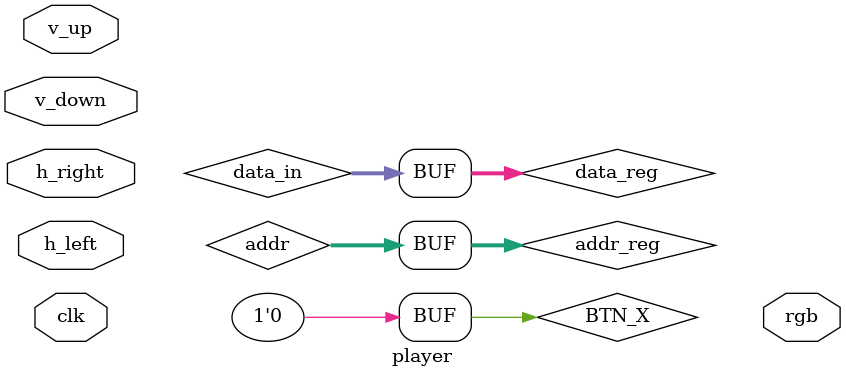
<source format=v>
module player(
    input clk,
    input v_up, v_down, h_left, h_right,
    output wire [11:0] rgb,
);

wire locked;
wire rdn;

wire clk_25MHz;
wire [8:0] pixel_Y;
wire [9:0] pixel_X;
wire [13:0] addr;
wire [11:0] data_in;
wire [11:0] spo1;
wire [11:0] spo2;


reg [11:0] data_reg;
reg [11:0] spo_reg;
reg [13:0] addr_reg;
reg [13:0] horizonal_temp;
reg [13:0] veritical_temp;
reg [13:0] horizonal;
reg [13:0] veritical;
reg [26:0] count;

initial begin
horizonal <= 0;
veritical <= 0;
count <= 0;
end

clkdiv_25MHz test_clk(.clk(clk), .clk_out(clk_25MHz));

moon_dist_mem test_rom1(
  .a(addr),      // input wire [13 : 0] a
  .spo(spo1)  // output wire [11 : 0] spo
);

hecatia_dist_mem test_rom2(
  .a(addr),      // input wire [13 : 0] a
  .spo(spo2)  // output wire [11 : 0] spo
);


always @(posedge clk)begin

  if (pixel_X == 0 && pixel_Y == 0)begin
    count = count + 1;
    if (count == 20) begin 
        count = 0;
        horizonal = horizonal_temp;
        veritical = veritical_temp;
        end
  end
  
  if (v_up == 0 || v_down == 0 || h_left == 0 || h_right == 0)begin
    
    if (h_right == 0) begin
        if (horizonal_temp == 200) begin 
            horizonal_temp = 0;
        end
        else begin
            horizonal_temp = horizonal_temp + 20;
        end
    end
    if (h_left == 0) begin
        if (horizonal_temp == 0) begin 
            horizonal_temp = 200;
        end
        else begin
            horizonal_temp = horizonal_temp - 20;
        end
    end
    if (v_up == 0) begin
        if (veritical_temp == 0) begin 
            veritical_temp = 200;
        end
        else begin
            veritical_temp = veritical_temp - 20;
        end
    end
    if (v_down == 0) begin
        if (veritical_temp == 200) begin 
            veritical_temp = 0;
        end
        else begin
            veritical_temp = veritical_temp + 20;
        end
    end
    
    end

  if((pixel_X >= horizonal && pixel_Y >= veritical && pixel_X < 128 + horizonal && pixel_Y < 128 + veritical && rdn == 0))begin
    addr_reg <= (pixel_Y - veritical)  * 128 + pixel_X - horizonal; 
    data_reg <= spo1;
  end
  else begin
    addr_reg <= 0;
    data_reg <= 12'b0000_0000_0000;
  end
end

assign addr = addr_reg;

assign data_in = data_reg;

assign BTN_X = 1'b0;

endmodule
</source>
